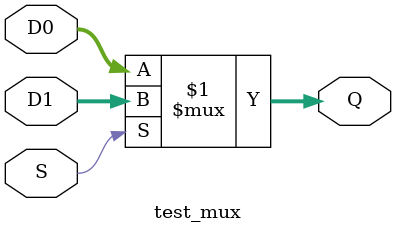
<source format=v>
module test_mux(	// file.cleaned.mlir:2:3
  input  [1:0] D0,	// file.cleaned.mlir:2:26
               D1,	// file.cleaned.mlir:2:39
  input        S,	// file.cleaned.mlir:2:52
  output [1:0] Q	// file.cleaned.mlir:2:65
);

  assign Q = S ? D1 : D0;	// file.cleaned.mlir:3:10, :4:5
endmodule


</source>
